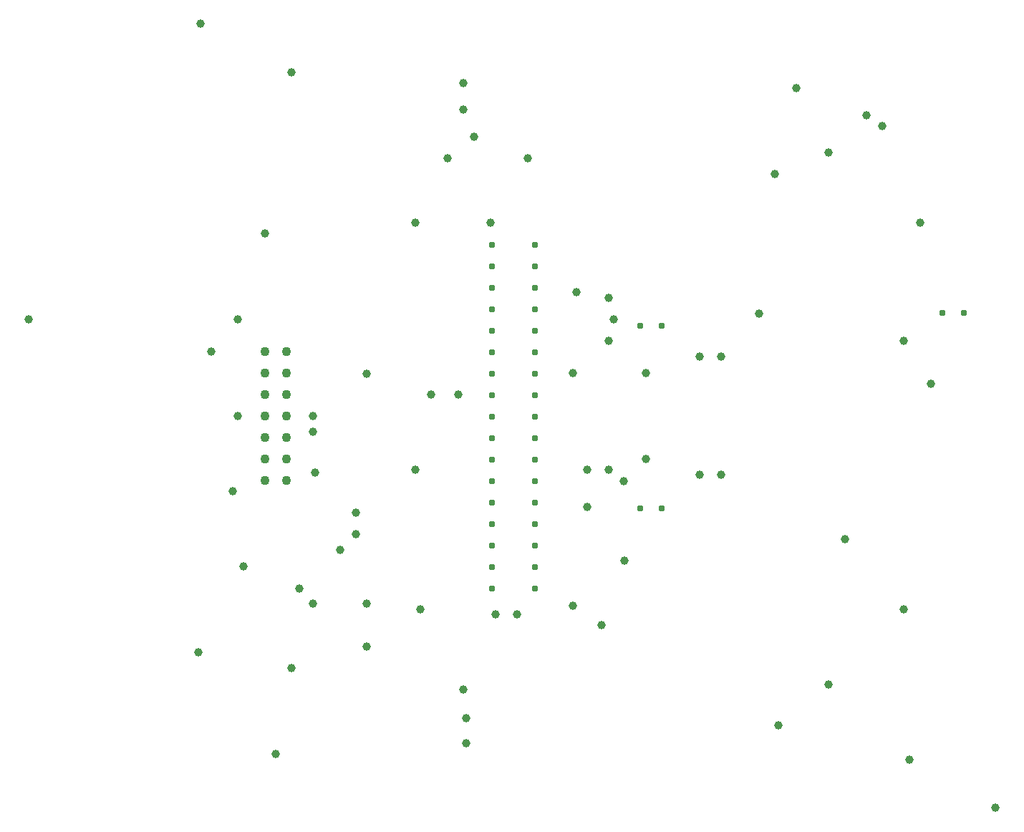
<source format=gbr>
M48
;DRILL file {Pcbnew (2013-may-18)-stable} date Пт 28 авг 2015 20:38:39
;FORMAT={-:-/ absolute / inch / decimal}
FMAT,2
INCH,TZ
T1C0.031
T2C0.039
T3C0.043
%
G90
G05
M72
T1
X4.6061Y-2.4049
X4.6061Y-2.5049
X4.6061Y-2.6049
X4.6061Y-2.7049
X4.6061Y-2.8049
X4.6061Y-2.9049
X4.6061Y-3.0049
X4.6061Y-3.1049
X4.6061Y-3.2049
X4.6061Y-3.3049
X4.6061Y-3.4049
X4.6061Y-3.5049
X4.6061Y-3.6049
X4.6061Y-3.7049
X4.6061Y-3.8049
X4.6061Y-3.9049
X4.6061Y-4.0049
X4.8061Y-2.4049
X4.8061Y-2.5049
X4.8061Y-2.6049
X4.8061Y-2.7049
X4.8061Y-2.8049
X4.8061Y-2.9049
X4.8061Y-3.0049
X4.8061Y-3.1049
X4.8061Y-3.2049
X4.8061Y-3.3049
X4.8061Y-3.4049
X4.8061Y-3.5049
X4.8061Y-3.6049
X4.8061Y-3.7049
X4.8061Y-3.8049
X4.8061Y-3.9049
X4.8061Y-4.0049
X5.2963Y-2.7787
X5.2963Y-3.6287
X5.3963Y-2.7787
X5.3963Y-3.6287
X6.7037Y-2.7213
X6.8037Y-2.7213
T2
X2.45Y-2.75
X3.24Y-4.3
X3.25Y-1.375
X3.3Y-2.9
X3.4Y-3.55
X3.425Y-2.75
X3.425Y-3.2
X3.45Y-3.9
X3.55Y-2.35
X3.6Y-4.775
X3.675Y-1.6
X3.675Y-4.375
X3.71Y-4.005
X3.775Y-3.2
X3.775Y-3.275
X3.775Y-4.075
X3.785Y-3.465
X3.9Y-3.825
X3.975Y-3.65
X3.975Y-3.75
X4.025Y-3.005
X4.025Y-4.075
X4.025Y-4.275
X4.25Y-2.3
X4.25Y-3.45
X4.275Y-4.1
X4.325Y-3.1
X4.4Y-2.
X4.45Y-3.1
X4.475Y-1.65
X4.475Y-1.775
X4.475Y-4.475
X4.4882Y-4.6063
X4.4882Y-4.7244
X4.525Y-1.9
X4.6Y-2.3
X4.625Y-4.125
X4.725Y-4.125
X4.775Y-2.
X4.985Y-3.
X4.985Y-4.085
X5.Y-2.625
X5.05Y-3.45
X5.05Y-3.625
X5.1181Y-4.1732
X5.15Y-2.65
X5.15Y-2.85
X5.15Y-3.45
X5.175Y-2.75
X5.22Y-3.505
X5.225Y-3.875
X5.325Y-3.
X5.325Y-3.4
X5.575Y-2.925
X5.575Y-3.475
X5.675Y-2.925
X5.675Y-3.475
X5.85Y-2.725
X5.925Y-2.075
X5.94Y-4.64
X6.025Y-1.675
X6.175Y-1.975
X6.175Y-4.45
X6.25Y-3.775
X6.35Y-1.8
X6.425Y-1.85
X6.525Y-2.85
X6.525Y-4.1
X6.55Y-4.8
X6.6Y-2.3
X6.65Y-3.05
X6.95Y-5.025
T3
X3.55Y-2.9
X3.55Y-3.
X3.55Y-3.1
X3.55Y-3.2
X3.55Y-3.3
X3.55Y-3.4
X3.55Y-3.5
X3.65Y-2.9
X3.65Y-3.
X3.65Y-3.1
X3.65Y-3.2
X3.65Y-3.3
X3.65Y-3.4
X3.65Y-3.5
T0
M30

</source>
